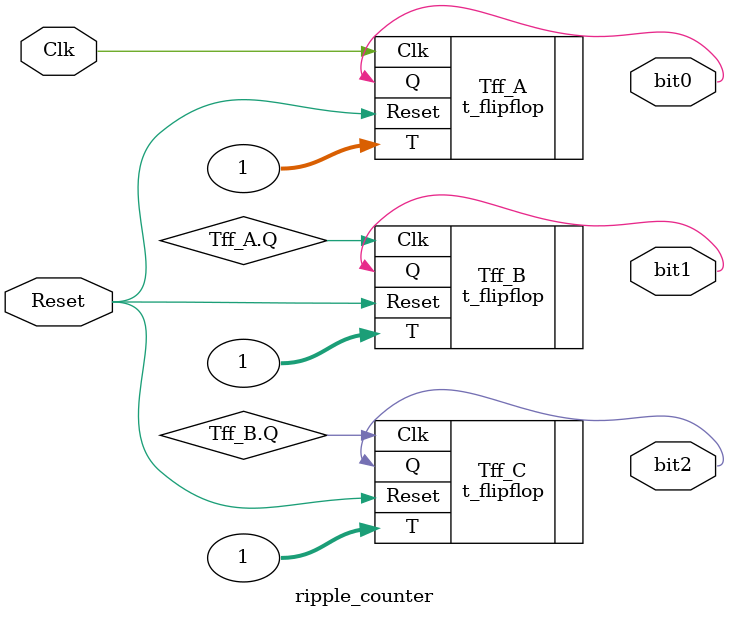
<source format=v>
module ripple_counter(
    input Clk, Reset,
    output bit0, bit1, bit2
);
    
    t_flipflop Tff_A (
       .Clk(Clk),
       .T(1),
       .Q(bit0),
       .Reset(Reset)
    );
    
    t_flipflop Tff_B (
       .Clk(Tff_A.Q),
       .T(1),
       .Q(bit1),
       .Reset(Reset) 
    );
    
    t_flipflop Tff_C (
        .Clk(Tff_B.Q),
        .T(1),
        .Q(bit2),
        .Reset(Reset)
    );
    
endmodule

</source>
